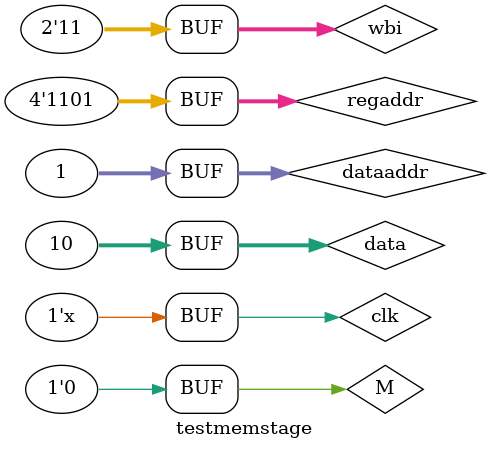
<source format=v>
`timescale 1ns / 1ps


module testmemstage;

	// Inputs
	reg clk;
	reg [1:0] wbi;
	reg [3:0] regaddr;
	reg M;
	reg [31:0] data;
	reg [31:0] dataaddr;

	// Outputs
	wire [1:0] wbo;
	wire [31:0] datafrommem;
	wire [31:0] datafromimm;
	wire [3:0] regaddrout;

	// Instantiate the Unit Under Test (UUT)
	mem uut (
		.clk(clk), 
		.wbi(wbi), 
		.regaddr(regaddr), 
		.wbo(wbo), 
		.M(M), 
		.data(data), 
		.dataaddr(dataaddr), 
		.datafrommem(datafrommem), 
		.datafromimm(datafromimm), 
		.regaddrout(regaddrout)
	);

	initial begin
		// Initialize Inputs
		clk = 0;
		wbi = 0;
		regaddr = 0;
		M = 0;
		data = 0;
		dataaddr = 0;

		// Wait 100 ns for global reset to finish
		#100;
      wbi = 3;
		regaddr = 13;
		data = 10;
		dataaddr = 1;
		#2;
		M = 1;
		#2;
		M = 0;
		// Add stimulus here

	end
      
	always
	begin
		#1 
		clk = ~clk;
	end
endmodule


</source>
